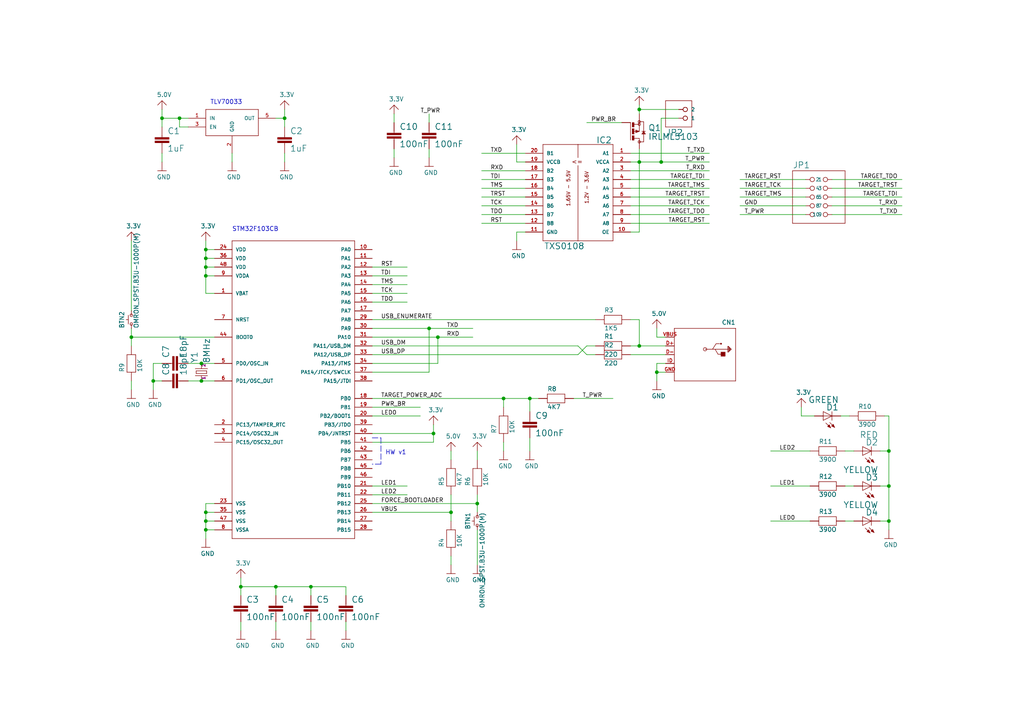
<source format=kicad_sch>
(kicad_sch (version 20211123) (generator eeschema)
  (paper "A4")
  (title_block (title "blackmagic_richardeoin.sch") (date "1 FEB 2016"))
  (lib_symbols
    (symbol "blackmagic_richardeoin-rescue:BLACKMAGIC_RICHARDEOIN_OMRON_SPST.B3U-1000P_M_" (pin_numbers hide) (pin_names (offset 1.016) hide)
      (property "Reference" "BTN" (at -2.54 2.032 0))
      (property "Value" "BLACKMAGIC_RICHARDEOIN_OMRON_SPST.B3U-1000P_M_" (at -2.54 -2.159 0))
      (symbol "BLACKMAGIC_RICHARDEOIN_OMRON_SPST.B3U-1000P_M__1_1"
        (pin bidirectional line (at -2.54 0 0) (length 0) (name "1") (number "1"))
        (pin bidirectional line (at 2.54 0 180) (length 0) (name "2") (number "2"))
      )
    )
    (symbol "blackmagic_richardeoin-rescue:BLACKMAGIC_RICHARDEOIN_TLV700_TLV700DCK" (pin_names (offset 1.016))
      (symbol "BLACKMAGIC_RICHARDEOIN_TLV700_TLV700DCK_1_1"
        (pin bidirectional line (at -5.08 5.08 0) (length 5.08) (name "IN") (number "1"))
        (pin bidirectional line (at 7.62 -5.08 90) (length 5.08) (name "GND") (number "2"))
        (pin bidirectional line (at -5.08 2.54 0) (length 5.08) (name "EN") (number "3"))
        (pin bidirectional line (at 20.32 5.08 180) (length 5.08) (name "OUT") (number "5"))
      )
    )
    (symbol "blackmagic_richardeoin-rescue:DAN-TRANSLATE_TX0108PWR" (pin_names (offset 1.016))
      (property "Reference" "IC" (at -9.906 12.954 0))
      (property "Value" "DAN-TRANSLATE_TX0108PWR" (at 9.906 -15.748 0))
      (symbol "DAN-TRANSLATE_TX0108PWR_1_0"
        (text "1.2V - 3.6V" (at -2.54 0.254 900) (effects (font (size 1.016 1.016))))
        (text "1.65V - 5.5V" (at 2.794 0 900) (effects (font (size 1.016 1.016))))
        (text "<=" (at 0.254 7.747 0) (effects (font (size 1.27 1.27))))
      )
      (symbol "DAN-TRANSLATE_TX0108PWR_1_1"
        (pin bidirectional line (at -15.24 10.16 0) (length 5.08) (name "A1") (number "1"))
        (pin input line (at -15.24 -12.7 0) (length 5.08) (name "OE") (number "10"))
        (pin passive line (at 15.24 -12.7 180) (length 5.08) (name "GND") (number "11"))
        (pin bidirectional line (at 15.24 -10.16 180) (length 5.08) (name "B8") (number "12"))
        (pin bidirectional line (at 15.24 -7.62 180) (length 5.08) (name "B7") (number "13"))
        (pin bidirectional line (at 15.24 -5.08 180) (length 5.08) (name "B6") (number "14"))
        (pin bidirectional line (at 15.24 -2.54 180) (length 5.08) (name "B5") (number "15"))
        (pin bidirectional line (at 15.24 0 180) (length 5.08) (name "B4") (number "16"))
        (pin bidirectional line (at 15.24 2.54 180) (length 5.08) (name "B3") (number "17"))
        (pin bidirectional line (at 15.24 5.08 180) (length 5.08) (name "B2") (number "18"))
        (pin passive line (at 15.24 7.62 180) (length 5.08) (name "VCCB") (number "19"))
        (pin passive line (at -15.24 7.62 0) (length 5.08) (name "VCCA") (number "2"))
        (pin bidirectional line (at 15.24 10.16 180) (length 5.08) (name "B1") (number "20"))
        (pin bidirectional line (at -15.24 5.08 0) (length 5.08) (name "A2") (number "3"))
        (pin bidirectional line (at -15.24 2.54 0) (length 5.08) (name "A3") (number "4"))
        (pin bidirectional line (at -15.24 0 0) (length 5.08) (name "A4") (number "5"))
        (pin bidirectional line (at -15.24 -2.54 0) (length 5.08) (name "A5") (number "6"))
        (pin bidirectional line (at -15.24 -5.08 0) (length 5.08) (name "A6") (number "7"))
        (pin bidirectional line (at -15.24 -7.62 0) (length 5.08) (name "A7") (number "8"))
        (pin bidirectional line (at -15.24 -10.16 0) (length 5.08) (name "A8") (number "9"))
      )
    )
    (symbol "blackmagic_richardeoin-rescue:LED_LEDCHIPLED_0603" (pin_numbers hide) (pin_names (offset 1.016) hide)
      (property "Reference" "LED" (at 2.667 -4.572 90))
      (property "Value" "LED_LEDCHIPLED_0603" (at 4.826 -4.572 90))
      (symbol "LED_LEDCHIPLED_0603_1_1"
        (pin passive line (at 0 2.54 270) (length 2.54) (name "A") (number "A"))
        (pin passive line (at 0 -5.08 90) (length 2.54) (name "C") (number "C"))
      )
    )
    (symbol "blackmagic_richardeoin-rescue:MICROBUILDER_GND" (power) (pin_numbers hide) (pin_names (offset 1.016) hide)
      (property "Value" "MICROBUILDER_GND" (at -1.524 -2.54 0))
      (symbol "MICROBUILDER_GND_1_1"
        (pin power_in line (at 0 2.54 270) (length 2.54) hide (name "GND") (number "~"))
      )
    )
    (symbol "blackmagic_richardeoin-rescue:MICROBUILDER_RESISTOR0603MINI" (pin_numbers hide) (pin_names (offset 1.016) hide)
      (property "Reference" "R" (at -2.54 2.032 0))
      (property "Value" "MICROBUILDER_RESISTOR0603MINI" (at -2.54 -3.175 0))
      (symbol "MICROBUILDER_RESISTOR0603MINI_1_1"
        (pin passive line (at -5.08 0 0) (length 2.54) (name "1") (number "1"))
        (pin passive line (at 5.08 0 180) (length 2.54) (name "2") (number "2"))
      )
    )
    (symbol "blackmagic_richardeoin-rescue:MICROBUILDER_V3_3.3V" (power) (pin_numbers hide) (pin_names (offset 1.016) hide)
      (property "Value" "MICROBUILDER_V3_3.3V" (at -1.524 1.016 0))
      (symbol "MICROBUILDER_V3_3.3V_1_1"
        (pin power_in line (at 0 -2.54 90) (length 2.54) hide (name "3.3V") (number "~"))
      )
    )
    (symbol "blackmagic_richardeoin-rescue:MICROBUILDER_V3_5.0V" (power) (pin_numbers hide) (pin_names (offset 1.016) hide)
      (property "Value" "MICROBUILDER_V3_5.0V" (at -1.524 1.016 0))
      (symbol "MICROBUILDER_V3_5.0V_1_1"
        (pin power_in line (at 0 -2.54 90) (length 2.54) hide (name "5.0V") (number "~"))
      )
    )
    (symbol "blackmagic_richardeoin-rescue:MICROBUILDER_V3_GND" (power) (pin_numbers hide) (pin_names (offset 1.016) hide)
      (property "Value" "MICROBUILDER_V3_GND" (at -1.524 -2.54 0))
      (symbol "MICROBUILDER_V3_GND_1_1"
        (pin power_in line (at 0 2.54 270) (length 2.54) hide (name "GND") (number "~"))
      )
    )
    (symbol "blackmagic_richardeoin-rescue:MICROBUILDER_V3_USBMINIB" (pin_names (offset 1.016) hide)
      (property "Reference" "CN" (at -10.16 8.636 0))
      (property "Value" "MICROBUILDER_V3_USBMINIB" (at -10.16 -10.16 0))
      (symbol "MICROBUILDER_V3_USBMINIB_1_1"
        (pin bidirectional line (at 10.16 2.54 180) (length 2.54) (name "D+") (number "D+"))
        (pin bidirectional line (at 10.16 0 180) (length 2.54) (name "D-") (number "D-"))
        (pin power_in line (at 10.16 -5.08 180) (length 2.54) (name "GND") (number "GND"))
        (pin bidirectional line (at 10.16 -2.54 180) (length 2.54) (name "ID") (number "ID"))
        (pin power_in line (at 10.16 5.08 180) (length 2.54) (name "VBUS") (number "VBUS"))
      )
    )
    (symbol "blackmagic_richardeoin-rescue:PINHEAD-2_PINHD-1X02_2.54-SMD-90°-BIG" (pin_numbers hide) (pin_names (offset 1.016))
      (property "Reference" "JP" (at -6.35 5.715 0))
      (property "Value" "PINHEAD-2_PINHD-1X02_2.54-SMD-90°-BIG" (at -6.35 -5.08 0))
      (symbol "PINHEAD-2_PINHD-1X02_2.54-SMD-90°-BIG_1_1"
        (pin passive inverted (at -2.54 2.54 0) (length 2.54) (name "1") (number "1"))
        (pin passive inverted (at -2.54 0 0) (length 2.54) (name "2") (number "2"))
      )
    )
    (symbol "blackmagic_richardeoin-rescue:PINHEAD_PINHD-2X5" (pin_numbers hide) (pin_names (offset 1.016))
      (property "Reference" "JP" (at -6.35 8.255 0))
      (property "Value" "PINHEAD_PINHD-2X5" (at -6.35 -10.16 0))
      (symbol "PINHEAD_PINHD-2X5_1_1"
        (pin passive inverted (at -2.54 5.08 0) (length 2.54) (name "1") (number "1"))
        (pin passive inverted (at 5.08 -5.08 180) (length 2.54) (name "10") (number "10"))
        (pin passive inverted (at 5.08 5.08 180) (length 2.54) (name "2") (number "2"))
        (pin passive inverted (at -2.54 2.54 0) (length 2.54) (name "3") (number "3"))
        (pin passive inverted (at 5.08 2.54 180) (length 2.54) (name "4") (number "4"))
        (pin passive inverted (at -2.54 0 0) (length 2.54) (name "5") (number "5"))
        (pin passive inverted (at 5.08 0 180) (length 2.54) (name "6") (number "6"))
        (pin passive inverted (at -2.54 -2.54 0) (length 2.54) (name "7") (number "7"))
        (pin passive inverted (at 5.08 -2.54 180) (length 2.54) (name "8") (number "8"))
        (pin passive inverted (at -2.54 -5.08 0) (length 2.54) (name "9") (number "9"))
      )
    )
    (symbol "blackmagic_richardeoin-rescue:RESISTOR_C-EUC0603K" (pin_numbers hide) (pin_names (offset 1.016) hide)
      (property "Reference" "C" (at 1.524 0.381 0))
      (property "Value" "RESISTOR_C-EUC0603K" (at 1.524 -4.699 0))
      (symbol "RESISTOR_C-EUC0603K_1_1"
        (pin passive line (at 0 2.54 270) (length 2.54) (name "1") (number "1"))
        (pin passive line (at 0 -5.08 90) (length 2.54) (name "2") (number "2"))
      )
    )
    (symbol "blackmagic_richardeoin-rescue:SPARKFUN_CRYSTAL5X3" (pin_numbers hide) (pin_names (offset 1.016) hide)
      (property "Reference" "Y" (at 2.54 1.016 0))
      (property "Value" "SPARKFUN_CRYSTAL5X3" (at 2.54 -2.54 0))
      (symbol "SPARKFUN_CRYSTAL5X3_1_0"
        (text "1" (at -1.7272 -0.7112 0) (effects (font (size 0.8636 0.8636))))
        (text "2" (at 1.9558 -0.7112 0) (effects (font (size 0.8636 0.8636))))
      )
      (symbol "SPARKFUN_CRYSTAL5X3_1_1"
        (pin passive line (at -2.54 0 0) (length 0) (name "1") (number "1"))
        (pin passive line (at 2.54 0 180) (length 0) (name "2") (number "3"))
      )
    )
    (symbol "blackmagic_richardeoin-rescue:STM32F_STM32F_48PIN" (pin_names (offset 1.016))
      (symbol "STM32F_STM32F_48PIN_1_1"
        (pin bidirectional line (at -5.08 71.12 0) (length 5.08) (name "VBAT") (number "1"))
        (pin bidirectional line (at 40.64 83.82 180) (length 5.08) (name "PA0") (number "10"))
        (pin bidirectional line (at 40.64 81.28 180) (length 5.08) (name "PA1") (number "11"))
        (pin bidirectional line (at 40.64 78.74 180) (length 5.08) (name "PA2") (number "12"))
        (pin bidirectional line (at 40.64 76.2 180) (length 5.08) (name "PA3") (number "13"))
        (pin bidirectional line (at 40.64 73.66 180) (length 5.08) (name "PA4") (number "14"))
        (pin bidirectional line (at 40.64 71.12 180) (length 5.08) (name "PA5") (number "15"))
        (pin bidirectional line (at 40.64 68.58 180) (length 5.08) (name "PA6") (number "16"))
        (pin bidirectional line (at 40.64 66.04 180) (length 5.08) (name "PA7") (number "17"))
        (pin bidirectional line (at 40.64 40.64 180) (length 5.08) (name "PB0") (number "18"))
        (pin bidirectional line (at 40.64 38.1 180) (length 5.08) (name "PB1") (number "19"))
        (pin bidirectional line (at -5.08 33.02 0) (length 5.08) (name "PC13/TAMPER_RTC") (number "2"))
        (pin bidirectional line (at 40.64 35.56 180) (length 5.08) (name "PB2/BOOT1") (number "20"))
        (pin bidirectional line (at 40.64 15.24 180) (length 5.08) (name "PB10") (number "21"))
        (pin bidirectional line (at 40.64 12.7 180) (length 5.08) (name "PB11") (number "22"))
        (pin bidirectional line (at -5.08 10.16 0) (length 5.08) (name "VSS") (number "23"))
        (pin bidirectional line (at -5.08 83.82 0) (length 5.08) (name "VDD") (number "24"))
        (pin bidirectional line (at 40.64 10.16 180) (length 5.08) (name "PB12") (number "25"))
        (pin bidirectional line (at 40.64 7.62 180) (length 5.08) (name "PB13") (number "26"))
        (pin bidirectional line (at 40.64 5.08 180) (length 5.08) (name "PB14") (number "27"))
        (pin bidirectional line (at 40.64 2.54 180) (length 5.08) (name "PB15") (number "28"))
        (pin bidirectional line (at 40.64 63.5 180) (length 5.08) (name "PA8") (number "29"))
        (pin bidirectional line (at -5.08 30.48 0) (length 5.08) (name "PC14/OSC32_IN") (number "3"))
        (pin bidirectional line (at 40.64 60.96 180) (length 5.08) (name "PA9") (number "30"))
        (pin bidirectional line (at 40.64 58.42 180) (length 5.08) (name "PA10") (number "31"))
        (pin bidirectional line (at 40.64 55.88 180) (length 5.08) (name "PA11/USB_DM") (number "32"))
        (pin bidirectional line (at 40.64 53.34 180) (length 5.08) (name "PA12/USB_DP") (number "33"))
        (pin bidirectional line (at 40.64 50.8 180) (length 5.08) (name "PA13/JTMS") (number "34"))
        (pin bidirectional line (at -5.08 7.62 0) (length 5.08) (name "VSS") (number "35"))
        (pin bidirectional line (at -5.08 81.28 0) (length 5.08) (name "VDD") (number "36"))
        (pin bidirectional line (at 40.64 48.26 180) (length 5.08) (name "PA14/JTCK/SWCLK") (number "37"))
        (pin bidirectional line (at 40.64 45.72 180) (length 5.08) (name "PA15/JTDI") (number "38"))
        (pin bidirectional line (at 40.64 33.02 180) (length 5.08) (name "PB3/JTDO") (number "39"))
        (pin bidirectional line (at -5.08 27.94 0) (length 5.08) (name "PC15/OSC32_OUT") (number "4"))
        (pin bidirectional line (at 40.64 30.48 180) (length 5.08) (name "PB4/JNTRST") (number "40"))
        (pin bidirectional line (at 40.64 27.94 180) (length 5.08) (name "PB5") (number "41"))
        (pin bidirectional line (at 40.64 25.4 180) (length 5.08) (name "PB6") (number "42"))
        (pin bidirectional line (at 40.64 22.86 180) (length 5.08) (name "PB7") (number "43"))
        (pin bidirectional line (at -5.08 58.42 0) (length 5.08) (name "BOOT0") (number "44"))
        (pin bidirectional line (at 40.64 20.32 180) (length 5.08) (name "PB8") (number "45"))
        (pin bidirectional line (at 40.64 17.78 180) (length 5.08) (name "PB9") (number "46"))
        (pin bidirectional line (at -5.08 5.08 0) (length 5.08) (name "VSS") (number "47"))
        (pin bidirectional line (at -5.08 78.74 0) (length 5.08) (name "VDD") (number "48"))
        (pin bidirectional line (at -5.08 50.8 0) (length 5.08) (name "PD0/OSC_IN") (number "5"))
        (pin bidirectional line (at -5.08 45.72 0) (length 5.08) (name "PD1/OSC_OUT") (number "6"))
        (pin bidirectional line (at -5.08 63.5 0) (length 5.08) (name "NRST") (number "7"))
        (pin bidirectional line (at -5.08 2.54 0) (length 5.08) (name "VSSA") (number "8"))
        (pin bidirectional line (at -5.08 76.2 0) (length 5.08) (name "VDDA") (number "9"))
      )
    )
    (symbol "blackmagic_richardeoin-rescue:TRANSISTOR-SMALL-SIGNAL_BSS84" (pin_numbers hide) (pin_names (offset 1.016) hide)
      (property "Reference" "Q" (at 2.54 0 0))
      (property "Value" "TRANSISTOR-SMALL-SIGNAL_BSS84" (at 2.54 -2.54 0))
      (symbol "TRANSISTOR-SMALL-SIGNAL_BSS84_1_1"
        (pin passive line (at -5.08 2.54 0) (length 2.54) (name "G") (number "1"))
        (pin passive line (at 0 5.08 270) (length 2.54) (name "S") (number "2"))
        (pin passive line (at 0 -5.08 90) (length 2.54) (name "D") (number "3"))
      )
    )
  )
  (junction (at 185.42 31.75))
  (junction (at 58.42 110.49))
  (junction (at 153.67 115.57))
  (junction (at 90.17 170.18))
  (junction (at 59.69 148.59))
  (junction (at 257.81 140.97))
  (junction (at 46.99 34.29))
  (junction (at 59.69 151.13))
  (junction (at 59.69 74.93))
  (junction (at 59.69 77.47))
  (junction (at 257.81 130.81))
  (junction (at 185.42 46.99))
  (junction (at 127 97.79))
  (junction (at 59.69 153.67))
  (junction (at 82.55 34.29))
  (junction (at 191.77 46.99))
  (junction (at 38.1 97.79))
  (junction (at 185.42 100.33))
  (junction (at 138.43 146.05))
  (junction (at 59.69 72.39))
  (junction (at 80.01 170.18))
  (junction (at 52.07 34.29))
  (junction (at 59.69 80.01))
  (junction (at 257.81 151.13))
  (junction (at 146.05 115.57))
  (junction (at 58.42 105.41))
  (junction (at 190.5 107.95))
  (junction (at 125.73 125.73))
  (junction (at 44.45 110.49))
  (junction (at 130.81 148.59))
  (junction (at 124.46 95.25))
  (junction (at 69.85 170.18))
  (wire (pts (xy 44.45 105.41) (xy 44.45 110.49)))
  (wire (pts (xy 130.81 143.51) (xy 130.81 148.59)))
  (wire (pts (xy 152.4 46.99) (xy 149.86 46.99)))
  (wire (pts (xy 107.95 100.33) (xy 167.64 100.33)))
  (wire (pts (xy 124.46 45.72) (xy 124.46 43.18)))
  (wire (pts (xy 257.81 151.13) (xy 257.81 153.67)))
  (wire (pts (xy 138.43 133.35) (xy 138.43 130.81)))
  (wire (pts (xy 114.3 35.56) (xy 114.3 33.02)))
  (wire (pts (xy 80.01 170.18) (xy 90.17 170.18)))
  (wire (pts (xy 182.88 57.15) (xy 205.74 57.15)))
  (wire (pts (xy 152.4 44.45) (xy 139.7 44.45)))
  (wire (pts (xy 44.45 110.49) (xy 44.45 113.03)))
  (wire (pts (xy 233.68 62.23) (xy 214.63 62.23)))
  (wire (pts (xy 232.41 120.65) (xy 236.22 120.65)))
  (wire (pts (xy 241.3 54.61) (xy 261.62 54.61)))
  (wire (pts (xy 138.43 153.67) (xy 138.43 163.83)))
  (wire (pts (xy 149.86 46.99) (xy 149.86 41.91)))
  (wire (pts (xy 44.45 110.49) (xy 46.99 110.49)))
  (wire (pts (xy 62.23 148.59) (xy 59.69 148.59)))
  (wire (pts (xy 190.5 105.41) (xy 190.5 107.95)))
  (wire (pts (xy 182.88 59.69) (xy 205.74 59.69)))
  (wire (pts (xy 46.99 34.29) (xy 46.99 36.83)))
  (wire (pts (xy 130.81 161.29) (xy 130.81 163.83)))
  (wire (pts (xy 172.72 92.71) (xy 107.95 92.71)))
  (wire (pts (xy 257.81 130.81) (xy 257.81 140.97)))
  (wire (pts (xy 107.95 95.25) (xy 124.46 95.25)))
  (wire (pts (xy 124.46 95.25) (xy 137.16 95.25)))
  (wire (pts (xy 152.4 57.15) (xy 139.7 57.15)))
  (wire (pts (xy 167.64 102.87) (xy 170.18 100.33)))
  (wire (pts (xy 69.85 170.18) (xy 69.85 172.72)))
  (wire (pts (xy 69.85 167.64) (xy 69.85 170.18)))
  (wire (pts (xy 182.88 92.71) (xy 185.42 92.71)))
  (wire (pts (xy 180.34 35.56) (xy 170.18 35.56)))
  (wire (pts (xy 233.68 54.61) (xy 214.63 54.61)))
  (wire (pts (xy 130.81 130.81) (xy 130.81 133.35)))
  (wire (pts (xy 182.88 100.33) (xy 185.42 100.33)))
  (wire (pts (xy 59.69 151.13) (xy 59.69 153.67)))
  (wire (pts (xy 38.1 97.79) (xy 38.1 100.33)))
  (wire (pts (xy 241.3 52.07) (xy 261.62 52.07)))
  (wire (pts (xy 62.23 80.01) (xy 59.69 80.01)))
  (wire (pts (xy 124.46 107.95) (xy 107.95 107.95)))
  (wire (pts (xy 107.95 102.87) (xy 167.64 102.87)))
  (wire (pts (xy 62.23 153.67) (xy 59.69 153.67)))
  (polyline (pts (xy 110.49 134.62) (xy 107.95 134.62)))
  (wire (pts (xy 127 105.41) (xy 107.95 105.41)))
  (wire (pts (xy 80.01 182.88) (xy 80.01 180.34)))
  (wire (pts (xy 146.05 115.57) (xy 153.67 115.57)))
  (wire (pts (xy 185.42 67.31) (xy 182.88 67.31)))
  (wire (pts (xy 257.81 120.65) (xy 257.81 130.81)))
  (wire (pts (xy 52.07 34.29) (xy 54.61 34.29)))
  (wire (pts (xy 46.99 44.45) (xy 46.99 46.99)))
  (wire (pts (xy 193.04 102.87) (xy 182.88 102.87)))
  (wire (pts (xy 54.61 105.41) (xy 58.42 105.41)))
  (wire (pts (xy 185.42 92.71) (xy 185.42 100.33)))
  (wire (pts (xy 182.88 64.77) (xy 205.74 64.77)))
  (wire (pts (xy 152.4 59.69) (xy 139.7 59.69)))
  (wire (pts (xy 191.77 46.99) (xy 205.74 46.99)))
  (wire (pts (xy 185.42 46.99) (xy 185.42 67.31)))
  (polyline (pts (xy 110.49 127) (xy 110.49 134.62)))
  (wire (pts (xy 127 97.79) (xy 127 105.41)))
  (wire (pts (xy 59.69 77.47) (xy 59.69 80.01)))
  (wire (pts (xy 241.3 57.15) (xy 261.62 57.15)))
  (wire (pts (xy 247.65 140.97) (xy 245.11 140.97)))
  (wire (pts (xy 107.95 143.51) (xy 118.11 143.51)))
  (wire (pts (xy 125.73 123.19) (xy 125.73 125.73)))
  (wire (pts (xy 90.17 170.18) (xy 90.17 172.72)))
  (wire (pts (xy 234.95 140.97) (xy 223.52 140.97)))
  (wire (pts (xy 138.43 146.05) (xy 138.43 148.59)))
  (wire (pts (xy 82.55 31.75) (xy 82.55 34.29)))
  (wire (pts (xy 62.23 74.93) (xy 59.69 74.93)))
  (wire (pts (xy 82.55 46.99) (xy 82.55 44.45)))
  (wire (pts (xy 90.17 182.88) (xy 90.17 180.34)))
  (wire (pts (xy 124.46 35.56) (xy 124.46 33.02)))
  (wire (pts (xy 146.05 118.11) (xy 146.05 115.57)))
  (wire (pts (xy 125.73 128.27) (xy 107.95 128.27)))
  (wire (pts (xy 153.67 130.81) (xy 153.67 127)))
  (wire (pts (xy 185.42 31.75) (xy 185.42 33.02)))
  (wire (pts (xy 146.05 130.81) (xy 146.05 128.27)))
  (wire (pts (xy 243.84 120.65) (xy 246.38 120.65)))
  (wire (pts (xy 149.86 67.31) (xy 149.86 69.85)))
  (wire (pts (xy 152.4 49.53) (xy 139.7 49.53)))
  (wire (pts (xy 107.95 146.05) (xy 138.43 146.05)))
  (wire (pts (xy 185.42 46.99) (xy 191.77 46.99)))
  (wire (pts (xy 127 97.79) (xy 137.16 97.79)))
  (wire (pts (xy 255.27 151.13) (xy 257.81 151.13)))
  (wire (pts (xy 62.23 146.05) (xy 59.69 146.05)))
  (wire (pts (xy 241.3 62.23) (xy 261.62 62.23)))
  (wire (pts (xy 46.99 34.29) (xy 52.07 34.29)))
  (wire (pts (xy 80.01 34.29) (xy 82.55 34.29)))
  (wire (pts (xy 152.4 52.07) (xy 139.7 52.07)))
  (wire (pts (xy 107.95 148.59) (xy 130.81 148.59)))
  (wire (pts (xy 193.04 105.41) (xy 190.5 105.41)))
  (wire (pts (xy 52.07 36.83) (xy 54.61 36.83)))
  (wire (pts (xy 130.81 148.59) (xy 130.81 151.13)))
  (wire (pts (xy 82.55 34.29) (xy 82.55 36.83)))
  (wire (pts (xy 166.37 115.57) (xy 177.8 115.57)))
  (wire (pts (xy 185.42 100.33) (xy 193.04 100.33)))
  (wire (pts (xy 233.68 59.69) (xy 214.63 59.69)))
  (wire (pts (xy 182.88 49.53) (xy 205.74 49.53)))
  (wire (pts (xy 241.3 59.69) (xy 261.62 59.69)))
  (wire (pts (xy 196.85 31.75) (xy 185.42 31.75)))
  (wire (pts (xy 62.23 72.39) (xy 59.69 72.39)))
  (wire (pts (xy 153.67 119.38) (xy 153.67 115.57)))
  (wire (pts (xy 69.85 170.18) (xy 80.01 170.18)))
  (wire (pts (xy 67.31 46.99) (xy 67.31 44.45)))
  (wire (pts (xy 59.69 153.67) (xy 59.69 156.21)))
  (wire (pts (xy 152.4 62.23) (xy 139.7 62.23)))
  (wire (pts (xy 182.88 52.07) (xy 205.74 52.07)))
  (wire (pts (xy 100.33 182.88) (xy 100.33 180.34)))
  (wire (pts (xy 191.77 34.29) (xy 196.85 34.29)))
  (wire (pts (xy 190.5 97.79) (xy 190.5 95.25)))
  (wire (pts (xy 107.95 120.65) (xy 121.92 120.65)))
  (wire (pts (xy 44.45 105.41) (xy 46.99 105.41)))
  (wire (pts (xy 232.41 120.65) (xy 232.41 118.11)))
  (wire (pts (xy 80.01 170.18) (xy 80.01 172.72)))
  (wire (pts (xy 107.95 140.97) (xy 118.11 140.97)))
  (wire (pts (xy 107.95 82.55) (xy 118.11 82.55)))
  (wire (pts (xy 38.1 95.25) (xy 38.1 97.79)))
  (wire (pts (xy 170.18 102.87) (xy 172.72 102.87)))
  (wire (pts (xy 59.69 85.09) (xy 62.23 85.09)))
  (wire (pts (xy 59.69 72.39) (xy 59.69 74.93)))
  (wire (pts (xy 234.95 130.81) (xy 223.52 130.81)))
  (wire (pts (xy 62.23 151.13) (xy 59.69 151.13)))
  (wire (pts (xy 182.88 62.23) (xy 205.74 62.23)))
  (wire (pts (xy 247.65 130.81) (xy 245.11 130.81)))
  (wire (pts (xy 59.69 69.85) (xy 59.69 72.39)))
  (wire (pts (xy 125.73 125.73) (xy 107.95 125.73)))
  (wire (pts (xy 58.42 105.41) (xy 62.23 105.41)))
  (wire (pts (xy 234.95 151.13) (xy 223.52 151.13)))
  (wire (pts (xy 114.3 45.72) (xy 114.3 43.18)))
  (wire (pts (xy 182.88 54.61) (xy 205.74 54.61)))
  (wire (pts (xy 59.69 148.59) (xy 59.69 151.13)))
  (wire (pts (xy 190.5 107.95) (xy 190.5 110.49)))
  (wire (pts (xy 58.42 110.49) (xy 62.23 110.49)))
  (wire (pts (xy 59.69 146.05) (xy 59.69 148.59)))
  (wire (pts (xy 152.4 67.31) (xy 149.86 67.31)))
  (wire (pts (xy 69.85 182.88) (xy 69.85 180.34)))
  (wire (pts (xy 257.81 120.65) (xy 256.54 120.65)))
  (wire (pts (xy 38.1 113.03) (xy 38.1 110.49)))
  (wire (pts (xy 107.95 97.79) (xy 127 97.79)))
  (wire (pts (xy 233.68 57.15) (xy 214.63 57.15)))
  (wire (pts (xy 193.04 97.79) (xy 190.5 97.79)))
  (wire (pts (xy 59.69 80.01) (xy 59.69 85.09)))
  (wire (pts (xy 191.77 34.29) (xy 191.77 46.99)))
  (wire (pts (xy 38.1 69.85) (xy 38.1 90.17)))
  (wire (pts (xy 46.99 31.75) (xy 46.99 34.29)))
  (wire (pts (xy 193.04 107.95) (xy 190.5 107.95)))
  (wire (pts (xy 257.81 140.97) (xy 257.81 151.13)))
  (wire (pts (xy 62.23 77.47) (xy 59.69 77.47)))
  (wire (pts (xy 257.81 130.81) (xy 255.27 130.81)))
  (polyline (pts (xy 107.95 127) (xy 110.49 127)))
  (wire (pts (xy 107.95 115.57) (xy 146.05 115.57)))
  (wire (pts (xy 107.95 77.47) (xy 118.11 77.47)))
  (wire (pts (xy 124.46 95.25) (xy 124.46 107.95)))
  (wire (pts (xy 233.68 52.07) (xy 214.63 52.07)))
  (wire (pts (xy 153.67 115.57) (xy 156.21 115.57)))
  (wire (pts (xy 185.42 43.18) (xy 185.42 46.99)))
  (wire (pts (xy 247.65 151.13) (xy 245.11 151.13)))
  (wire (pts (xy 100.33 170.18) (xy 100.33 172.72)))
  (wire (pts (xy 152.4 54.61) (xy 139.7 54.61)))
  (wire (pts (xy 182.88 46.99) (xy 185.42 46.99)))
  (wire (pts (xy 170.18 100.33) (xy 172.72 100.33)))
  (wire (pts (xy 182.88 44.45) (xy 205.74 44.45)))
  (wire (pts (xy 52.07 36.83) (xy 52.07 34.29)))
  (wire (pts (xy 90.17 170.18) (xy 100.33 170.18)))
  (wire (pts (xy 138.43 143.51) (xy 138.43 146.05)))
  (wire (pts (xy 59.69 74.93) (xy 59.69 77.47)))
  (wire (pts (xy 167.64 100.33) (xy 170.18 102.87)))
  (wire (pts (xy 152.4 64.77) (xy 139.7 64.77)))
  (wire (pts (xy 107.95 85.09) (xy 118.11 85.09)))
  (wire (pts (xy 185.42 30.48) (xy 185.42 31.75)))
  (wire (pts (xy 107.95 87.63) (xy 118.11 87.63)))
  (wire (pts (xy 38.1 97.79) (xy 62.23 97.79)))
  (wire (pts (xy 107.95 80.01) (xy 118.11 80.01)))
  (wire (pts (xy 107.95 118.11) (xy 121.92 118.11)))
  (wire (pts (xy 54.61 110.49) (xy 58.42 110.49)))
  (wire (pts (xy 125.73 125.73) (xy 125.73 128.27)))
  (wire (pts (xy 255.27 140.97) (xy 257.81 140.97)))
  (text "STM32F103CB" (at 67.31 67.31 0) (effects (font (size 1.27 1.27)) (justify left bottom)))
  (text "HW v1" (at 111.76 132.08 0) (effects (font (size 1.27 1.27)) (justify left bottom)))
  (text "TLV70033" (at 60.96 30.48 0) (effects (font (size 1.27 1.27)) (justify left bottom)))
  (label "TARGET_TDI" (at 260.35 57.15 180) (effects (font (size 1.1938 1.1938))))
  (label "TARGET_TRST" (at 260.35 54.61 180) (effects (font (size 1.1938 1.1938))))
  (label "USB_ENUMERATE" (at 110.49 92.71 0) (effects (font (size 1.1938 1.1938))))
  (label "RXD" (at 129.54 97.79 0) (effects (font (size 1.1938 1.1938))))
  (label "FORCE_BOOTLOADER" (at 110.49 146.05 0) (effects (font (size 1.1938 1.1938))))
  (label "T_RXD" (at 204.47 49.53 180) (effects (font (size 1.1938 1.1938))))
  (label "PWR_BR" (at 110.49 118.11 0) (effects (font (size 1.1938 1.1938))))
  (label "TARGET_TCK" (at 215.9 54.61 0) (effects (font (size 1.1938 1.1938))))
  (label "TARGET_TCK" (at 204.47 59.69 180) (effects (font (size 1.1938 1.1938))))
  (label "USB_DP" (at 110.49 102.87 0) (effects (font (size 1.1938 1.1938))))
  (label "LED1" (at 226.06 140.97 0) (effects (font (size 1.1938 1.1938))))
  (label "RST" (at 142.24 64.77 0) (effects (font (size 1.1938 1.1938))))
  (label "T_PWR" (at 204.47 46.99 180) (effects (font (size 1.1938 1.1938))))
  (label "LED1" (at 110.49 140.97 0) (effects (font (size 1.1938 1.1938))))
  (label "T_PWR" (at 168.91 115.57 0) (effects (font (size 1.1938 1.1938))))
  (label "TARGET_POWER_ADC" (at 110.49 115.57 0) (effects (font (size 1.1938 1.1938))))
  (label "LED2" (at 226.06 130.81 0) (effects (font (size 1.1938 1.1938))))
  (label "TXD" (at 129.54 95.25 0) (effects (font (size 1.1938 1.1938))))
  (label "TARGET_RST" (at 204.47 64.77 180) (effects (font (size 1.1938 1.1938))))
  (label "LED2" (at 110.49 143.51 0) (effects (font (size 1.1938 1.1938))))
  (label "RST" (at 110.49 77.47 0) (effects (font (size 1.1938 1.1938))))
  (label "TARGET_TDO" (at 204.47 62.23 180) (effects (font (size 1.1938 1.1938))))
  (label "TMS" (at 110.49 82.55 0) (effects (font (size 1.1938 1.1938))))
  (label "T_PWR" (at 121.92 33.02 0) (effects (font (size 1.1938 1.1938))))
  (label "TDI" (at 142.24 52.07 0) (effects (font (size 1.1938 1.1938))))
  (label "T_TXD" (at 260.35 62.23 180) (effects (font (size 1.1938 1.1938))))
  (label "LED0" (at 226.06 151.13 0) (effects (font (size 1.1938 1.1938))))
  (label "TRST" (at 142.24 57.15 0) (effects (font (size 1.1938 1.1938))))
  (label "TARGET_TDI" (at 204.47 52.07 180) (effects (font (size 1.1938 1.1938))))
  (label "TMS" (at 142.24 54.61 0) (effects (font (size 1.1938 1.1938))))
  (label "TXD" (at 142.24 44.45 0) (effects (font (size 1.1938 1.1938))))
  (label "TCK" (at 142.24 59.69 0) (effects (font (size 1.1938 1.1938))))
  (label "TARGET_TMS" (at 204.47 54.61 180) (effects (font (size 1.1938 1.1938))))
  (label "GND" (at 215.9 59.69 0) (effects (font (size 1.1938 1.1938))))
  (label "TARGET_RST" (at 215.9 52.07 0) (effects (font (size 1.1938 1.1938))))
  (label "LED0" (at 110.49 120.65 0) (effects (font (size 1.1938 1.1938))))
  (label "USB_DM" (at 110.49 100.33 0) (effects (font (size 1.1938 1.1938))))
  (label "T_TXD" (at 204.47 44.45 180) (effects (font (size 1.1938 1.1938))))
  (label "TDO" (at 110.49 87.63 0) (effects (font (size 1.1938 1.1938))))
  (label "TDI" (at 110.49 80.01 0) (effects (font (size 1.1938 1.1938))))
  (label "VBUS" (at 110.49 148.59 0) (effects (font (size 1.1938 1.1938))))
  (label "T_RXD" (at 260.35 59.69 180) (effects (font (size 1.1938 1.1938))))
  (label "T_PWR" (at 215.9 62.23 0) (effects (font (size 1.1938 1.1938))))
  (label "TDO" (at 142.24 62.23 0) (effects (font (size 1.1938 1.1938))))
  (label "TARGET_TDO" (at 260.35 52.07 180) (effects (font (size 1.1938 1.1938))))
  (label "TARGET_TRST" (at 204.47 57.15 180) (effects (font (size 1.1938 1.1938))))
  (label "RXD" (at 142.24 49.53 0) (effects (font (size 1.1938 1.1938))))
  (label "TCK" (at 110.49 85.09 0) (effects (font (size 1.1938 1.1938))))
  (label "PWR_BR" (at 171.45 35.56 0) (effects (font (size 1.1938 1.1938))))
  (label "TARGET_TMS" (at 215.9 57.15 0) (effects (font (size 1.1938 1.1938))))
  (symbol (lib_id "blackmagic_richardeoin-rescue:BLACKMAGIC_RICHARDEOIN_OMRON_SPST.B3U-1000P_M_") (at 138.43 151.13 90) (mirror x) (unit 1)
    (property "Reference" "BTN1" (at 136.4234 148.59 0) (effects (justify left bottom)))
    (property "Value" "OMRON_SPST.B3U-1000P(M)" (at 140.589 148.6154 0) (effects (justify left bottom)))
    (property "Footprint" "BLACKMAGIC_RICHARDEOIN_OMRON_B3U-1000P(M)" (effects hide))
    (property "LCSC Number Part" "C231329" (effects hide))
  )
  (symbol (lib_id "blackmagic_richardeoin-rescue:BLACKMAGIC_RICHARDEOIN_OMRON_SPST.B3U-1000P_M_") (at 38.1 92.71 90) (unit 1)
    (property "Reference" "BTN2" (at 36.068 95.25 0) (effects (justify left bottom)))
    (property "Value" "OMRON_SPST.B3U-1000P(M)" (at 40.259 95.25 0) (effects (justify left bottom)))
    (property "Footprint" "BLACKMAGIC_RICHARDEOIN_OMRON_B3U-1000P(M)" (effects hide))
    (property "LCSC Number Part" "C231329" (effects hide))
  )
  (symbol (lib_id "blackmagic_richardeoin-rescue:RESISTOR_C-EUC0603K") (at 46.99 39.37 0) (unit 1)
    (property "Reference" "C1" (at 48.514 39.0144 0) (effects (font (size 1.778 1.778)) (justify left bottom)))
    (property "Value" "1uF" (at 48.4886 44.069 0) (effects (font (size 1.778 1.778)) (justify left bottom)))
    (property "Footprint" "RESISTOR_C0603K" (effects hide))
    (property "LCSC Number Part" "C1592" (effects hide))
  )
  (symbol (lib_id "blackmagic_richardeoin-rescue:RESISTOR_C-EUC0603K") (at 82.55 39.37 0) (unit 1)
    (property "Reference" "C2" (at 84.074 39.0144 0) (effects (font (size 1.778 1.778)) (justify left bottom)))
    (property "Value" "1uF" (at 84.0486 44.069 0) (effects (font (size 1.778 1.778)) (justify left bottom)))
    (property "Footprint" "RESISTOR_C0603K" (effects hide))
    (property "LCSC Number Part" "C1592" (effects hide))
  )
  (symbol (lib_id "blackmagic_richardeoin-rescue:RESISTOR_C-EUC0603K") (at 69.85 175.26 0) (unit 1)
    (property "Reference" "C3" (at 71.374 174.9044 0) (effects (font (size 1.778 1.778)) (justify left bottom)))
    (property "Value" "100nF" (at 71.3486 179.959 0) (effects (font (size 1.778 1.778)) (justify left bottom)))
    (property "Footprint" "RESISTOR_C0603K" (effects hide))
    (property "LCSC Number Part" "C1591" (effects hide))
  )
  (symbol (lib_id "blackmagic_richardeoin-rescue:RESISTOR_C-EUC0603K") (at 80.01 175.26 0) (unit 1)
    (property "Reference" "C4" (at 81.534 174.9044 0) (effects (font (size 1.778 1.778)) (justify left bottom)))
    (property "Value" "100nF" (at 81.5086 179.959 0) (effects (font (size 1.778 1.778)) (justify left bottom)))
    (property "Footprint" "RESISTOR_C0603K" (effects hide))
    (property "LCSC Number Part" "C1591" (effects hide))
  )
  (symbol (lib_id "blackmagic_richardeoin-rescue:RESISTOR_C-EUC0603K") (at 90.17 175.26 0) (unit 1)
    (property "Reference" "C5" (at 91.694 174.9044 0) (effects (font (size 1.778 1.778)) (justify left bottom)))
    (property "Value" "100nF" (at 91.6686 179.959 0) (effects (font (size 1.778 1.778)) (justify left bottom)))
    (property "Footprint" "RESISTOR_C0603K" (effects hide))
    (property "LCSC Number Part" "C1591" (effects hide))
  )
  (symbol (lib_id "blackmagic_richardeoin-rescue:RESISTOR_C-EUC0603K") (at 100.33 175.26 0) (unit 1)
    (property "Reference" "C6" (at 101.854 174.9044 0) (effects (font (size 1.778 1.778)) (justify left bottom)))
    (property "Value" "100nF" (at 101.8286 179.959 0) (effects (font (size 1.778 1.778)) (justify left bottom)))
    (property "Footprint" "RESISTOR_C0603K" (effects hide))
    (property "LCSC Number Part" "C1591" (effects hide))
  )
  (symbol (lib_id "blackmagic_richardeoin-rescue:RESISTOR_C-EUC0603K") (at 49.53 105.41 90) (unit 1)
    (property "Reference" "C7" (at 49.149 103.886 0) (effects (font (size 1.778 1.778)) (justify left bottom)))
    (property "Value" "18pF" (at 54.229 103.886 0) (effects (font (size 1.778 1.778)) (justify left bottom)))
    (property "Footprint" "RESISTOR_C0603K" (effects hide))
    (property "LCSC Number Part" "C1647" (effects hide))
  )
  (symbol (lib_id "blackmagic_richardeoin-rescue:RESISTOR_C-EUC0603K") (at 49.53 110.49 90) (unit 1)
    (property "Reference" "C8" (at 49.149 108.966 0) (effects (font (size 1.778 1.778)) (justify left bottom)))
    (property "Value" "18pF" (at 54.229 108.966 0) (effects (font (size 1.778 1.778)) (justify left bottom)))
    (property "Footprint" "RESISTOR_C0603K" (effects hide))
    (property "LCSC Number Part" "C1647" (effects hide))
  )
  (symbol (lib_id "blackmagic_richardeoin-rescue:RESISTOR_C-EUC0603K") (at 153.67 121.92 0) (unit 1)
    (property "Reference" "C9" (at 155.194 121.5644 0) (effects (font (size 1.778 1.778)) (justify left bottom)))
    (property "Value" "100nF" (at 155.1686 126.619 0) (effects (font (size 1.778 1.778)) (justify left bottom)))
    (property "Footprint" "RESISTOR_C0603K" (effects hide))
    (property "LCSC Number Part" "C1591" (effects hide))
  )
  (symbol (lib_id "blackmagic_richardeoin-rescue:RESISTOR_C-EUC0603K") (at 114.3 38.1 0) (unit 1)
    (property "Reference" "C10" (at 115.824 37.7444 0) (effects (font (size 1.778 1.778)) (justify left bottom)))
    (property "Value" "100nF" (at 115.7986 42.799 0) (effects (font (size 1.778 1.778)) (justify left bottom)))
    (property "Footprint" "RESISTOR_C0603K" (effects hide))
    (property "LCSC Number Part" "C1591" (effects hide))
  )
  (symbol (lib_id "blackmagic_richardeoin-rescue:RESISTOR_C-EUC0603K") (at 124.46 38.1 0) (unit 1)
    (property "Reference" "C11" (at 125.984 37.7444 0) (effects (font (size 1.778 1.778)) (justify left bottom)))
    (property "Value" "100nF" (at 125.9586 42.799 0) (effects (font (size 1.778 1.778)) (justify left bottom)))
    (property "Footprint" "RESISTOR_C0603K" (effects hide))
    (property "LCSC Number Part" "C1591" (effects hide))
  )
  (symbol (lib_id "blackmagic_richardeoin-rescue:MICROBUILDER_V3_USBMINIB") (at 203.2 102.87 0) (mirror y) (unit 1)
    (property "Reference" "CN1" (at 213.36 94.234 0) (effects (justify left bottom)))
    (property "Footprint" "MICROBUILDER_V3_USB-MINIB" (effects hide))
    (property "LCSC Number Part" "C136452" (effects hide))
  )
  (symbol (lib_id "blackmagic_richardeoin-rescue:LED_LEDCHIPLED_0603") (at 238.76 120.65 90) (unit 1)
    (property "Reference" "D1" (at 243.332 117.094 90) (effects (font (size 1.778 1.778)) (justify left bottom)))
    (property "Value" "GREEN" (at 243.332 114.935 90) (effects (font (size 1.778 1.778)) (justify left bottom)))
    (property "Footprint" "LED_CHIPLED_0603" (effects hide))
    (property "LCSC Number Part" "C434420" (effects hide))
  )
  (symbol (lib_id "blackmagic_richardeoin-rescue:LED_LEDCHIPLED_0603") (at 250.19 130.81 90) (unit 1)
    (property "Reference" "D2" (at 254.762 127.254 90) (effects (font (size 1.778 1.778)) (justify left bottom)))
    (property "Value" "RED" (at 254.762 125.095 90) (effects (font (size 1.778 1.778)) (justify left bottom)))
    (property "Footprint" "LED_CHIPLED_0603" (effects hide))
    (property "LCSC Number Part" "C375444" (effects hide))
  )
  (symbol (lib_id "blackmagic_richardeoin-rescue:LED_LEDCHIPLED_0603") (at 250.19 140.97 90) (unit 1)
    (property "Reference" "D3" (at 254.762 137.414 90) (effects (font (size 1.778 1.778)) (justify left bottom)))
    (property "Value" "YELLOW" (at 254.762 135.255 90) (effects (font (size 1.778 1.778)) (justify left bottom)))
    (property "Footprint" "LED_CHIPLED_0603" (effects hide))
    (property "LCSC Number Part" "C89811" (effects hide))
  )
  (symbol (lib_id "blackmagic_richardeoin-rescue:LED_LEDCHIPLED_0603") (at 250.19 151.13 90) (unit 1)
    (property "Reference" "D4" (at 254.762 147.574 90) (effects (font (size 1.778 1.778)) (justify left bottom)))
    (property "Value" "YELLOW" (at 254.762 145.415 90) (effects (font (size 1.778 1.778)) (justify left bottom)))
    (property "Footprint" "LED_CHIPLED_0603" (effects hide))
    (property "LCSC Number Part" "C89811" (effects hide))
  )
  (symbol (lib_id "blackmagic_richardeoin-rescue:STM32F_STM32F_48PIN") (at 67.31 156.21 0) (unit 1)
    (property "Reference" "IC1" (effects hide))
    (property "Value" "STM32F_48PIN" (effects hide))
    (property "Footprint" "STM32F_TQFP48" (effects hide))
    (property "LCSC Number Part" "C8304" (effects hide))
  )
  (symbol (lib_id "blackmagic_richardeoin-rescue:DAN-TRANSLATE_TX0108PWR") (at 167.64 54.61 0) (mirror y) (unit 1)
    (property "Reference" "IC2" (at 177.5206 41.656 0) (effects (font (size 1.778 1.778)) (justify left bottom)))
    (property "Value" "TXS0108" (at 157.7594 70.358 0) (effects (font (size 1.778 1.778)) (justify right top)))
    (property "Footprint" "DAN-TRANSLATE_TSSOP20" (effects hide))
    (property "LCSC Number Part" "C17206" (effects hide))
  )
  (symbol (lib_id "blackmagic_richardeoin-rescue:BLACKMAGIC_RICHARDEOIN_TLV700_TLV700DCK") (at 59.69 39.37 0) (unit 1)
    (property "Reference" "IC3" (effects hide))
    (property "Value" "TLV70033DCK" (effects hide))
    (property "Footprint" "BLACKMAGIC_RICHARDEOIN_TLV700_SC70-5L" (effects hide))
    (property "LCSC Number Part" "C47945" (effects hide))
  )
  (symbol (lib_id "blackmagic_richardeoin-rescue:PINHEAD_PINHD-2X5") (at 236.22 57.15 0) (unit 1) (in_bom no)
    (property "Reference" "JP1" (at 229.8954 48.895 0) (effects (font (size 1.778 1.778)) (justify left bottom)))
    (property "Footprint" "PINHEAD_2X05" (effects hide))
  )
  (symbol (lib_id "blackmagic_richardeoin-rescue:PINHEAD-2_PINHD-1X02_2.54-SMD-90°-BIG") (at 199.39 31.75 0) (mirror x) (unit 1) (in_bom no)
    (property "Reference" "JP2" (at 193.04 37.4396 0) (effects (font (size 1.778 1.778)) (justify left bottom)))
    (property "Footprint" "PINHEAD-2_1X02SMD_90-BIGPADS" (effects hide))
  )
  (symbol (lib_id "blackmagic_richardeoin-rescue:TRANSISTOR-SMALL-SIGNAL_BSS84") (at 185.42 38.1 0) (unit 1)
    (property "Reference" "Q1" (at 187.96 38.1 0) (effects (font (size 1.778 1.778)) (justify left bottom)))
    (property "Value" "IRLML5103" (at 187.96 40.64 0) (effects (font (size 1.778 1.778)) (justify left bottom)))
    (property "Footprint" "TRANSISTOR-SMALL-SIGNAL_SOT23" (effects hide))
    (property "LCSC Number Part" "C2591" (effects hide))
  )
  (symbol (lib_id "blackmagic_richardeoin-rescue:MICROBUILDER_RESISTOR0603MINI") (at 177.8 100.33 0) (unit 1)
    (property "Reference" "R1" (at 175.26 98.298 0) (effects (justify left bottom)))
    (property "Value" "22O" (at 175.26 103.505 0) (effects (justify left bottom)))
    (property "Footprint" "MICROBUILDER_0603-MINI" (effects hide))
    (property "LCSC Number Part" "C23345" (effects hide))
  )
  (symbol (lib_id "blackmagic_richardeoin-rescue:MICROBUILDER_RESISTOR0603MINI") (at 177.8 102.87 0) (unit 1)
    (property "Reference" "R2" (at 175.26 100.838 0) (effects (justify left bottom)))
    (property "Value" "22O" (at 175.26 106.045 0) (effects (justify left bottom)))
    (property "Footprint" "MICROBUILDER_0603-MINI" (effects hide))
    (property "LCSC Number Part" "C23345" (effects hide))
  )
  (symbol (lib_id "blackmagic_richardeoin-rescue:MICROBUILDER_RESISTOR0603MINI") (at 177.8 92.71 0) (unit 1)
    (property "Reference" "R3" (at 175.26 90.678 0) (effects (justify left bottom)))
    (property "Value" "1K5" (at 175.26 95.885 0) (effects (justify left bottom)))
    (property "Footprint" "MICROBUILDER_0603-MINI" (effects hide))
    (property "LCSC Number Part" "C22843" (effects hide))
  )
  (symbol (lib_id "blackmagic_richardeoin-rescue:MICROBUILDER_RESISTOR0603MINI") (at 130.81 156.21 90) (unit 1)
    (property "Reference" "R4" (at 128.778 158.75 0) (effects (justify left bottom)))
    (property "Value" "10K" (at 133.985 158.75 0) (effects (justify left bottom)))
    (property "Footprint" "MICROBUILDER_0603-MINI" (effects hide))
    (property "LCSC Number Part" "C25804" (effects hide))
  )
  (symbol (lib_id "blackmagic_richardeoin-rescue:MICROBUILDER_RESISTOR0603MINI") (at 130.81 138.43 90) (unit 1)
    (property "Reference" "R5" (at 128.778 140.97 0) (effects (justify left bottom)))
    (property "Value" "4K7" (at 133.985 140.97 0) (effects (justify left bottom)))
    (property "Footprint" "MICROBUILDER_0603-MINI" (effects hide))
    (property "LCSC Number Part" "C23162" (effects hide))
  )
  (symbol (lib_id "blackmagic_richardeoin-rescue:MICROBUILDER_RESISTOR0603MINI") (at 138.43 138.43 90) (unit 1)
    (property "Reference" "R6" (at 136.398 140.97 0) (effects (justify left bottom)))
    (property "Value" "10K" (at 141.605 140.97 0) (effects (justify left bottom)))
    (property "Footprint" "MICROBUILDER_0603-MINI" (effects hide))
    (property "LCSC Number Part" "C25804" (effects hide))
  )
  (symbol (lib_id "blackmagic_richardeoin-rescue:MICROBUILDER_RESISTOR0603MINI") (at 146.05 123.19 90) (unit 1)
    (property "Reference" "R7" (at 144.018 125.73 0) (effects (justify left bottom)))
    (property "Value" "10K" (at 149.225 125.73 0) (effects (justify left bottom)))
    (property "Footprint" "MICROBUILDER_0603-MINI" (effects hide))
    (property "LCSC Number Part" "C25804" (effects hide))
  )
  (symbol (lib_id "blackmagic_richardeoin-rescue:MICROBUILDER_RESISTOR0603MINI") (at 161.29 115.57 0) (unit 1)
    (property "Reference" "R8" (at 158.75 113.538 0) (effects (justify left bottom)))
    (property "Value" "4K7" (at 158.75 118.745 0) (effects (justify left bottom)))
    (property "Footprint" "MICROBUILDER_0603-MINI" (effects hide))
    (property "LCSC Number Part" "C23162" (effects hide))
  )
  (symbol (lib_id "blackmagic_richardeoin-rescue:MICROBUILDER_RESISTOR0603MINI") (at 38.1 105.41 90) (unit 1)
    (property "Reference" "R9" (at 36.068 107.95 0) (effects (justify left bottom)))
    (property "Value" "10K" (at 41.275 107.95 0) (effects (justify left bottom)))
    (property "Footprint" "MICROBUILDER_0603-MINI" (effects hide))
    (property "LCSC Number Part" "C25804" (effects hide))
  )
  (symbol (lib_id "blackmagic_richardeoin-rescue:MICROBUILDER_RESISTOR0603MINI") (at 251.46 120.65 0) (unit 1)
    (property "Reference" "R10" (at 248.92 118.618 0) (effects (justify left bottom)))
    (property "Value" "390O" (at 248.92 123.825 0) (effects (justify left bottom)))
    (property "Footprint" "MICROBUILDER_0603-MINI" (effects hide))
    (property "LCSC Number Part" "C23151" (effects hide))
  )
  (symbol (lib_id "blackmagic_richardeoin-rescue:MICROBUILDER_RESISTOR0603MINI") (at 240.03 130.81 0) (unit 1)
    (property "Reference" "R11" (at 237.49 128.778 0) (effects (justify left bottom)))
    (property "Value" "390O" (at 237.49 133.985 0) (effects (justify left bottom)))
    (property "Footprint" "MICROBUILDER_0603-MINI" (effects hide))
    (property "LCSC Number Part" "C23151" (effects hide))
  )
  (symbol (lib_id "blackmagic_richardeoin-rescue:MICROBUILDER_RESISTOR0603MINI") (at 240.03 140.97 0) (unit 1)
    (property "Reference" "R12" (at 237.49 138.938 0) (effects (justify left bottom)))
    (property "Value" "390O" (at 237.49 144.145 0) (effects (justify left bottom)))
    (property "Footprint" "MICROBUILDER_0603-MINI" (effects hide))
    (property "LCSC Number Part" "C23151" (effects hide))
  )
  (symbol (lib_id "blackmagic_richardeoin-rescue:MICROBUILDER_RESISTOR0603MINI") (at 240.03 151.13 0) (unit 1)
    (property "Reference" "R13" (at 237.49 149.098 0) (effects (justify left bottom)))
    (property "Value" "390O" (at 237.49 154.305 0) (effects (justify left bottom)))
    (property "Footprint" "MICROBUILDER_0603-MINI" (effects hide))
    (property "LCSC Number Part" "C23151" (effects hide))
  )
  (symbol (lib_id "blackmagic_richardeoin-rescue:MICROBUILDER_V3_5.0V") (at 190.5 92.71 0) (unit 1)
    (property "Reference" "#U$01" (effects hide))
    (property "Value" "5.0V" (at 188.976 91.694 0) (effects (justify left bottom)))
  )
  (symbol (lib_id "blackmagic_richardeoin-rescue:MICROBUILDER_V3_3.3V") (at 38.1 67.31 0) (unit 1)
    (property "Reference" "#U$02" (effects hide))
    (property "Value" "3.3V" (at 36.576 66.294 0) (effects (justify left bottom)))
  )
  (symbol (lib_id "blackmagic_richardeoin-rescue:MICROBUILDER_V3_3.3V") (at 59.69 67.31 0) (unit 1)
    (property "Reference" "#U$03" (effects hide))
    (property "Value" "3.3V" (at 58.166 66.294 0) (effects (justify left bottom)))
  )
  (symbol (lib_id "blackmagic_richardeoin-rescue:MICROBUILDER_V3_GND") (at 59.69 158.75 0) (unit 1)
    (property "Reference" "#U$04" (effects hide))
    (property "Value" "GND" (at 58.166 161.29 0) (effects (justify left bottom)))
  )
  (symbol (lib_id "blackmagic_richardeoin-rescue:MICROBUILDER_V3_GND") (at 190.5 113.03 0) (unit 1)
    (property "Reference" "#U$05" (effects hide))
    (property "Value" "GND" (at 188.976 115.57 0) (effects (justify left bottom)))
  )
  (symbol (lib_id "blackmagic_richardeoin-rescue:MICROBUILDER_GND") (at 100.33 185.42 0) (unit 1)
    (property "Reference" "#U$06" (effects hide))
    (property "Value" "GND" (at 98.806 187.96 0) (effects (justify left bottom)))
  )
  (symbol (lib_id "blackmagic_richardeoin-rescue:MICROBUILDER_V3_GND") (at 130.81 166.37 0) (unit 1)
    (property "Reference" "#U$07" (effects hide))
    (property "Value" "GND" (at 129.286 168.91 0) (effects (justify left bottom)))
  )
  (symbol (lib_id "blackmagic_richardeoin-rescue:MICROBUILDER_V3_5.0V") (at 130.81 128.27 0) (unit 1)
    (property "Reference" "#U$08" (effects hide))
    (property "Value" "5.0V" (at 129.286 127.254 0) (effects (justify left bottom)))
  )
  (symbol (lib_id "blackmagic_richardeoin-rescue:MICROBUILDER_V3_GND") (at 138.43 166.37 0) (unit 1)
    (property "Reference" "#U$09" (effects hide))
    (property "Value" "GND" (at 136.906 168.91 0) (effects (justify left bottom)))
  )
  (symbol (lib_id "blackmagic_richardeoin-rescue:MICROBUILDER_V3_3.3V") (at 138.43 128.27 0) (unit 1)
    (property "Reference" "#U$010" (effects hide))
    (property "Value" "3.3V" (at 136.906 127.254 0) (effects (justify left bottom)))
  )
  (symbol (lib_id "blackmagic_richardeoin-rescue:MICROBUILDER_V3_3.3V") (at 125.73 120.65 0) (unit 1)
    (property "Reference" "#U$011" (effects hide))
    (property "Value" "3.3V" (at 124.206 119.634 0) (effects (justify left bottom)))
  )
  (symbol (lib_id "blackmagic_richardeoin-rescue:MICROBUILDER_V3_GND") (at 146.05 133.35 0) (unit 1)
    (property "Reference" "#U$012" (effects hide))
    (property "Value" "GND" (at 144.526 135.89 0) (effects (justify left bottom)))
  )
  (symbol (lib_id "blackmagic_richardeoin-rescue:MICROBUILDER_V3_GND") (at 153.67 133.35 0) (unit 1)
    (property "Reference" "#U$013" (effects hide))
    (property "Value" "GND" (at 152.146 135.89 0) (effects (justify left bottom)))
  )
  (symbol (lib_id "blackmagic_richardeoin-rescue:MICROBUILDER_V3_3.3V") (at 149.86 39.37 0) (unit 1)
    (property "Reference" "#U$014" (effects hide))
    (property "Value" "3.3V" (at 148.336 38.354 0) (effects (justify left bottom)))
  )
  (symbol (lib_id "blackmagic_richardeoin-rescue:MICROBUILDER_V3_3.3V") (at 185.42 27.94 0) (unit 1)
    (property "Reference" "#U$015" (effects hide))
    (property "Value" "3.3V" (at 183.896 26.924 0) (effects (justify left bottom)))
  )
  (symbol (lib_id "blackmagic_richardeoin-rescue:MICROBUILDER_V3_GND") (at 44.45 115.57 0) (unit 1)
    (property "Reference" "#U$016" (effects hide))
    (property "Value" "GND" (at 42.926 118.11 0) (effects (justify left bottom)))
  )
  (symbol (lib_id "blackmagic_richardeoin-rescue:MICROBUILDER_V3_GND") (at 38.1 115.57 0) (unit 1)
    (property "Reference" "#U$017" (effects hide))
    (property "Value" "GND" (at 36.576 118.11 0) (effects (justify left bottom)))
  )
  (symbol (lib_id "blackmagic_richardeoin-rescue:MICROBUILDER_V3_3.3V") (at 82.55 29.21 0) (unit 1)
    (property "Reference" "#U$018" (effects hide))
    (property "Value" "3.3V" (at 81.026 28.194 0) (effects (justify left bottom)))
  )
  (symbol (lib_id "blackmagic_richardeoin-rescue:MICROBUILDER_V3_GND") (at 257.81 156.21 0) (unit 1)
    (property "Reference" "#U$019" (effects hide))
    (property "Value" "GND" (at 256.286 158.75 0) (effects (justify left bottom)))
  )
  (symbol (lib_id "blackmagic_richardeoin-rescue:MICROBUILDER_V3_3.3V") (at 232.41 115.57 0) (unit 1)
    (property "Reference" "#U$020" (effects hide))
    (property "Value" "3.3V" (at 230.886 114.554 0) (effects (justify left bottom)))
  )
  (symbol (lib_id "blackmagic_richardeoin-rescue:MICROBUILDER_GND") (at 114.3 48.26 0) (unit 1)
    (property "Reference" "#U$021" (effects hide))
    (property "Value" "GND" (at 112.776 50.8 0) (effects (justify left bottom)))
  )
  (symbol (lib_id "blackmagic_richardeoin-rescue:MICROBUILDER_GND") (at 67.31 49.53 0) (unit 1)
    (property "Reference" "#U$022" (effects hide))
    (property "Value" "GND" (at 65.786 52.07 0) (effects (justify left bottom)))
  )
  (symbol (lib_id "blackmagic_richardeoin-rescue:MICROBUILDER_V3_5.0V") (at 46.99 29.21 0) (unit 1)
    (property "Reference" "#U$023" (effects hide))
    (property "Value" "5.0V" (at 45.466 28.194 0) (effects (justify left bottom)))
  )
  (symbol (lib_id "blackmagic_richardeoin-rescue:MICROBUILDER_GND") (at 46.99 49.53 0) (unit 1)
    (property "Reference" "#U$024" (effects hide))
    (property "Value" "GND" (at 45.466 52.07 0) (effects (justify left bottom)))
  )
  (symbol (lib_id "blackmagic_richardeoin-rescue:MICROBUILDER_GND") (at 82.55 49.53 0) (unit 1)
    (property "Reference" "#U$025" (effects hide))
    (property "Value" "GND" (at 81.026 52.07 0) (effects (justify left bottom)))
  )
  (symbol (lib_id "blackmagic_richardeoin-rescue:MICROBUILDER_GND") (at 69.85 185.42 0) (unit 1)
    (property "Reference" "#U$026" (effects hide))
    (property "Value" "GND" (at 68.326 187.96 0) (effects (justify left bottom)))
  )
  (symbol (lib_id "blackmagic_richardeoin-rescue:MICROBUILDER_GND") (at 80.01 185.42 0) (unit 1)
    (property "Reference" "#U$027" (effects hide))
    (property "Value" "GND" (at 78.486 187.96 0) (effects (justify left bottom)))
  )
  (symbol (lib_id "blackmagic_richardeoin-rescue:MICROBUILDER_GND") (at 90.17 185.42 0) (unit 1)
    (property "Reference" "#U$028" (effects hide))
    (property "Value" "GND" (at 88.646 187.96 0) (effects (justify left bottom)))
  )
  (symbol (lib_id "blackmagic_richardeoin-rescue:MICROBUILDER_V3_3.3V") (at 114.3 30.48 0) (unit 1)
    (property "Reference" "#U$029" (effects hide))
    (property "Value" "3.3V" (at 112.776 29.464 0) (effects (justify left bottom)))
  )
  (symbol (lib_id "blackmagic_richardeoin-rescue:MICROBUILDER_GND") (at 124.46 48.26 0) (unit 1)
    (property "Reference" "#U$030" (effects hide))
    (property "Value" "GND" (at 122.936 50.8 0) (effects (justify left bottom)))
  )
  (symbol (lib_id "blackmagic_richardeoin-rescue:MICROBUILDER_V3_3.3V") (at 69.85 165.1 0) (unit 1)
    (property "Reference" "#U$031" (effects hide))
    (property "Value" "3.3V" (at 68.326 164.084 0) (effects (justify left bottom)))
  )
  (symbol (lib_id "blackmagic_richardeoin-rescue:MICROBUILDER_GND") (at 149.86 72.39 0) (unit 1)
    (property "Reference" "#U$061" (effects hide))
    (property "Value" "GND" (at 148.336 74.93 0) (effects (justify left bottom)))
  )
  (symbol (lib_id "blackmagic_richardeoin-rescue:SPARKFUN_CRYSTAL5X3") (at 58.42 107.95 90) (unit 1)
    (property "Reference" "Y1" (at 57.404 105.41 0) (effects (font (size 1.778 1.778)) (justify left bottom)))
    (property "Value" "8MHz" (at 60.96 105.41 0) (effects (font (size 1.778 1.778)) (justify left bottom)))
    (property "Footprint" "SPARKFUN_CRYSTAL-SMD-5X3" (effects hide))
    (property "Feld5" "1" (at 59.563 110.109 0) (effects (font (size 0.8636 0.8636)) (justify left bottom)))
    (property "Feld6" "2" (at 59.563 106.426 0) (effects (font (size 0.8636 0.8636)) (justify left bottom)))
    (property "LCSC Number Part" "C431529" (effects hide))
  )
)
</source>
